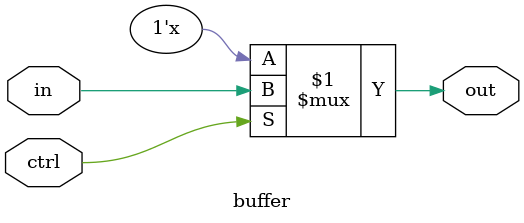
<source format=v>
module buffer(input in,input ctrl, output out);
bufif1(out,in,ctrl);
endmodule

</source>
